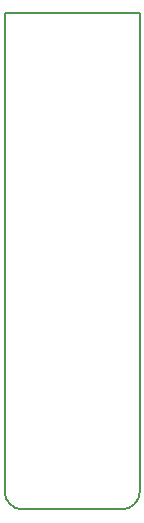
<source format=gbr>
%TF.GenerationSoftware,KiCad,Pcbnew,(6.0.7-1)-1*%
%TF.CreationDate,2024-04-18T04:23:32-04:00*%
%TF.ProjectId,EM_Harpsichord_Sensor_Daughterboard,454d5f48-6172-4707-9369-63686f72645f,rev?*%
%TF.SameCoordinates,Original*%
%TF.FileFunction,Profile,NP*%
%FSLAX46Y46*%
G04 Gerber Fmt 4.6, Leading zero omitted, Abs format (unit mm)*
G04 Created by KiCad (PCBNEW (6.0.7-1)-1) date 2024-04-18 04:23:32*
%MOMM*%
%LPD*%
G01*
G04 APERTURE LIST*
%TA.AperFunction,Profile*%
%ADD10C,0.200000*%
%TD*%
G04 APERTURE END LIST*
D10*
X107439340Y-110750000D02*
X107439340Y-70250000D01*
X97500000Y-112250000D02*
X105939340Y-112250000D01*
X96000000Y-70250000D02*
X107439340Y-70250000D01*
X96000000Y-110750000D02*
X96000000Y-70250000D01*
X96000000Y-110750000D02*
G75*
G03*
X97500000Y-112250000I1500001J1D01*
G01*
X105939340Y-112250000D02*
G75*
G03*
X107439340Y-110750000I0J1500000D01*
G01*
M02*

</source>
